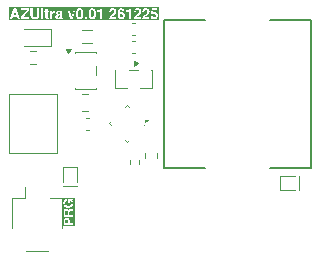
<source format=gbr>
%TF.GenerationSoftware,KiCad,Pcbnew,9.0.6*%
%TF.CreationDate,2025-12-27T16:00:58+00:00*%
%TF.ProjectId,AZUltra,415a556c-7472-4612-9e6b-696361645f70,rev?*%
%TF.SameCoordinates,Original*%
%TF.FileFunction,Legend,Top*%
%TF.FilePolarity,Positive*%
%FSLAX46Y46*%
G04 Gerber Fmt 4.6, Leading zero omitted, Abs format (unit mm)*
G04 Created by KiCad (PCBNEW 9.0.6) date 2025-12-27 16:00:58*
%MOMM*%
%LPD*%
G01*
G04 APERTURE LIST*
%ADD10C,0.200000*%
%ADD11C,0.120000*%
%ADD12C,0.100000*%
G04 APERTURE END LIST*
D10*
G36*
X148054663Y-91631435D02*
G01*
X148077895Y-91636190D01*
X148095630Y-91643054D01*
X148110855Y-91652467D01*
X148122873Y-91663635D01*
X148132741Y-91677105D01*
X148146286Y-91711737D01*
X148151302Y-91760923D01*
X148151302Y-91917727D01*
X147906033Y-91917727D01*
X147906033Y-91760923D01*
X147907603Y-91731854D01*
X147912339Y-91706559D01*
X147919132Y-91687433D01*
X147928418Y-91671122D01*
X147939242Y-91658513D01*
X147952242Y-91648240D01*
X147984844Y-91634578D01*
X148028106Y-91629862D01*
X148054663Y-91631435D01*
G37*
G36*
X148035959Y-90868070D02*
G01*
X148058567Y-90872763D01*
X148075792Y-90879548D01*
X148090016Y-90888801D01*
X148098008Y-90896743D01*
X148107558Y-90911022D01*
X148114038Y-90928034D01*
X148119150Y-90972138D01*
X148119306Y-90985208D01*
X148119306Y-91187929D01*
X147906033Y-91187929D01*
X147906033Y-90985208D01*
X147907907Y-90944909D01*
X147914769Y-90917445D01*
X147927380Y-90896743D01*
X147950770Y-90878427D01*
X147984664Y-90868253D01*
X148010422Y-90866506D01*
X148035959Y-90868070D01*
G37*
G36*
X148707010Y-92185717D02*
G01*
X147653528Y-92185717D01*
X147653528Y-91725068D01*
X147766033Y-91725068D01*
X147766033Y-91760923D01*
X147766033Y-92085717D01*
X148582000Y-92085717D01*
X148582000Y-91917727D01*
X148291253Y-91917727D01*
X148291253Y-91708264D01*
X148289706Y-91677563D01*
X148285129Y-91648529D01*
X148277773Y-91621700D01*
X148267674Y-91596648D01*
X148255070Y-91573685D01*
X148239960Y-91552625D01*
X148202584Y-91516547D01*
X148155727Y-91488809D01*
X148099359Y-91470249D01*
X148033505Y-91462117D01*
X148019166Y-91461872D01*
X147983693Y-91463429D01*
X147950744Y-91468072D01*
X147921885Y-91475285D01*
X147895362Y-91485201D01*
X147872158Y-91497214D01*
X147851162Y-91511651D01*
X147832783Y-91528096D01*
X147816574Y-91546805D01*
X147790703Y-91591079D01*
X147773583Y-91645717D01*
X147766201Y-91712445D01*
X147766033Y-91725068D01*
X147653528Y-91725068D01*
X147653528Y-90918041D01*
X147766033Y-90918041D01*
X147766033Y-90985208D01*
X147766033Y-91355920D01*
X148582000Y-91355920D01*
X148582000Y-91187929D01*
X148259306Y-91187929D01*
X148259306Y-90995320D01*
X148260890Y-90968270D01*
X148265728Y-90945536D01*
X148272357Y-90929746D01*
X148281420Y-90916781D01*
X148304697Y-90900028D01*
X148338300Y-90891883D01*
X148355342Y-90891126D01*
X148388803Y-90891126D01*
X148442390Y-90892249D01*
X148505177Y-90890246D01*
X148547093Y-90882479D01*
X148582000Y-90867629D01*
X148582000Y-90687280D01*
X148551811Y-90687280D01*
X148541136Y-90702770D01*
X148528480Y-90713599D01*
X148502308Y-90722133D01*
X148484840Y-90723135D01*
X148378730Y-90726015D01*
X148306031Y-90732064D01*
X148279601Y-90737269D01*
X148258391Y-90744455D01*
X148241358Y-90754018D01*
X148227459Y-90766356D01*
X148206545Y-90797693D01*
X148188769Y-90836269D01*
X148176124Y-90808192D01*
X148161346Y-90783311D01*
X148145594Y-90762962D01*
X148127937Y-90745400D01*
X148109103Y-90731117D01*
X148088462Y-90719421D01*
X148041666Y-90703790D01*
X147986877Y-90698516D01*
X147957513Y-90700059D01*
X147929232Y-90704611D01*
X147902278Y-90712069D01*
X147876985Y-90722309D01*
X147854041Y-90734957D01*
X147833247Y-90750061D01*
X147822062Y-90760114D01*
X147806681Y-90777202D01*
X147793830Y-90796213D01*
X147775595Y-90840087D01*
X147766741Y-90894885D01*
X147766033Y-90918041D01*
X147653528Y-90918041D01*
X147653528Y-90207490D01*
X147753528Y-90207490D01*
X147755076Y-90245457D01*
X147759658Y-90281989D01*
X147767142Y-90316844D01*
X147777451Y-90350112D01*
X147790465Y-90381645D01*
X147806113Y-90411433D01*
X147844999Y-90465497D01*
X147893596Y-90511754D01*
X147951467Y-90549515D01*
X148018171Y-90577938D01*
X148093191Y-90596058D01*
X148133706Y-90600940D01*
X148175884Y-90602846D01*
X148181295Y-90602870D01*
X148222555Y-90601326D01*
X148262410Y-90596767D01*
X148300889Y-90589271D01*
X148337698Y-90578963D01*
X148372739Y-90565945D01*
X148405853Y-90550338D01*
X148436820Y-90532317D01*
X148465619Y-90511949D01*
X148491946Y-90489515D01*
X148515889Y-90464989D01*
X148537119Y-90438761D01*
X148555772Y-90410699D01*
X148571557Y-90381269D01*
X148584592Y-90350257D01*
X148594661Y-90318145D01*
X148601819Y-90284688D01*
X148607010Y-90220923D01*
X148605426Y-90184340D01*
X148600592Y-90150392D01*
X148593268Y-90121610D01*
X148583059Y-90094649D01*
X148570457Y-90070322D01*
X148555029Y-90047363D01*
X148514835Y-90004488D01*
X148475998Y-89974531D01*
X148583514Y-89954357D01*
X148583514Y-89853582D01*
X148144316Y-89853582D01*
X148144316Y-90180623D01*
X148284316Y-90180623D01*
X148284316Y-89994705D01*
X148315094Y-89999360D01*
X148341049Y-90007116D01*
X148377960Y-90028330D01*
X148386166Y-90035005D01*
X148420403Y-90071201D01*
X148446062Y-90116073D01*
X148454923Y-90140915D01*
X148460785Y-90166680D01*
X148463688Y-90201872D01*
X148462145Y-90228642D01*
X148457595Y-90254236D01*
X148439876Y-90301650D01*
X148411075Y-90343609D01*
X148371487Y-90379269D01*
X148321436Y-90407374D01*
X148261568Y-90426363D01*
X148228196Y-90431936D01*
X148193006Y-90434605D01*
X148179048Y-90434831D01*
X148139080Y-90433281D01*
X148101767Y-90428681D01*
X148068543Y-90421468D01*
X148037957Y-90411584D01*
X148011226Y-90399677D01*
X147987084Y-90385442D01*
X147966369Y-90369597D01*
X147948205Y-90351705D01*
X147933014Y-90332330D01*
X147920388Y-90311107D01*
X147903177Y-90263620D01*
X147896907Y-90208664D01*
X147896898Y-90206366D01*
X147898455Y-90176456D01*
X147903102Y-90148320D01*
X147910433Y-90123087D01*
X147920543Y-90099686D01*
X147946187Y-90061872D01*
X147963635Y-90044253D01*
X147983941Y-90030201D01*
X148027910Y-90011509D01*
X148027910Y-89853582D01*
X147995744Y-89858980D01*
X147965265Y-89867242D01*
X147936770Y-89878172D01*
X147910067Y-89891738D01*
X147862363Y-89926367D01*
X147822373Y-89970763D01*
X147790617Y-90024795D01*
X147767956Y-90088387D01*
X147755532Y-90161336D01*
X147753528Y-90207490D01*
X147653528Y-90207490D01*
X147653528Y-89753582D01*
X148707010Y-89753582D01*
X148707010Y-92185717D01*
G37*
G36*
X147496738Y-74349276D02*
G01*
X147494994Y-74380740D01*
X147489818Y-74409023D01*
X147481992Y-74432397D01*
X147471335Y-74452841D01*
X147458742Y-74469373D01*
X147443746Y-74483148D01*
X147407653Y-74501865D01*
X147361904Y-74509242D01*
X147356879Y-74509304D01*
X147333952Y-74507577D01*
X147313766Y-74502527D01*
X147297399Y-74494872D01*
X147283845Y-74484584D01*
X147273688Y-74472445D01*
X147266416Y-74458192D01*
X147261093Y-74427366D01*
X147262905Y-74405997D01*
X147268559Y-74387818D01*
X147276516Y-74374772D01*
X147287606Y-74363556D01*
X147320817Y-74345514D01*
X147361935Y-74334163D01*
X147422385Y-74322788D01*
X147469474Y-74312573D01*
X147496738Y-74301410D01*
X147496738Y-74349276D01*
G37*
G36*
X149163321Y-73856704D02*
G01*
X149182096Y-73861886D01*
X149214373Y-73881674D01*
X149240213Y-73914301D01*
X149246494Y-73926565D01*
X149259127Y-73969615D01*
X149270265Y-74061001D01*
X149274191Y-74184027D01*
X149267672Y-74329512D01*
X149260670Y-74382386D01*
X149251585Y-74418756D01*
X149251550Y-74418848D01*
X149241066Y-74441378D01*
X149228210Y-74460441D01*
X149214112Y-74475058D01*
X149198118Y-74486450D01*
X149180956Y-74494310D01*
X149162191Y-74499003D01*
X149143179Y-74500456D01*
X149122085Y-74498707D01*
X149102726Y-74493498D01*
X149085828Y-74485295D01*
X149070636Y-74474006D01*
X149045317Y-74441920D01*
X149039865Y-74431378D01*
X149026942Y-74387729D01*
X149015804Y-74297067D01*
X149012113Y-74181499D01*
X149018622Y-74030619D01*
X149025568Y-73976669D01*
X149034563Y-73939803D01*
X149034809Y-73939149D01*
X149044468Y-73916811D01*
X149056592Y-73897712D01*
X149070303Y-73882617D01*
X149085956Y-73870688D01*
X149102883Y-73862231D01*
X149121367Y-73856961D01*
X149143179Y-73854959D01*
X149163321Y-73856704D01*
G37*
G36*
X150213174Y-73856704D02*
G01*
X150231949Y-73861886D01*
X150264227Y-73881674D01*
X150290066Y-73914301D01*
X150296348Y-73926565D01*
X150308981Y-73969615D01*
X150320119Y-74061001D01*
X150324045Y-74184027D01*
X150317525Y-74329512D01*
X150310524Y-74382386D01*
X150301439Y-74418756D01*
X150301403Y-74418848D01*
X150290919Y-74441378D01*
X150278063Y-74460441D01*
X150263965Y-74475058D01*
X150247971Y-74486450D01*
X150230810Y-74494310D01*
X150212044Y-74499003D01*
X150193033Y-74500456D01*
X150171938Y-74498707D01*
X150152579Y-74493498D01*
X150135681Y-74485295D01*
X150120489Y-74474006D01*
X150095170Y-74441920D01*
X150089718Y-74431378D01*
X150076796Y-74387729D01*
X150065657Y-74297067D01*
X150061966Y-74181499D01*
X150068475Y-74030619D01*
X150075422Y-73976669D01*
X150084417Y-73939803D01*
X150084662Y-73939149D01*
X150094321Y-73916811D01*
X150106445Y-73897712D01*
X150120157Y-73882617D01*
X150135810Y-73870688D01*
X150152737Y-73862231D01*
X150171221Y-73856961D01*
X150193033Y-73854959D01*
X150213174Y-73856704D01*
G37*
G36*
X152672230Y-74177739D02*
G01*
X152693680Y-74182847D01*
X152712777Y-74190970D01*
X152729898Y-74202048D01*
X152757769Y-74232567D01*
X152776684Y-74274479D01*
X152784915Y-74328189D01*
X152785078Y-74337625D01*
X152783358Y-74365166D01*
X152778352Y-74390917D01*
X152770241Y-74414726D01*
X152759276Y-74436186D01*
X152745865Y-74454823D01*
X152730120Y-74470639D01*
X152712773Y-74483074D01*
X152693640Y-74492346D01*
X152673580Y-74498090D01*
X152652228Y-74500416D01*
X152648956Y-74500456D01*
X152626715Y-74498727D01*
X152605989Y-74493661D01*
X152569736Y-74474263D01*
X152541038Y-74443176D01*
X152521412Y-74400939D01*
X152513029Y-74348420D01*
X152512888Y-74340153D01*
X152514614Y-74311345D01*
X152519659Y-74284619D01*
X152527703Y-74260525D01*
X152538601Y-74238951D01*
X152551772Y-74220598D01*
X152567292Y-74205091D01*
X152584400Y-74192993D01*
X152603389Y-74183981D01*
X152623610Y-74178350D01*
X152645325Y-74176050D01*
X152648956Y-74176004D01*
X152672230Y-74177739D01*
G37*
G36*
X143781310Y-74279648D02*
G01*
X143541928Y-74279648D01*
X143661619Y-73921674D01*
X143781310Y-74279648D01*
G37*
G36*
X155849716Y-74751636D02*
G01*
X143134511Y-74751636D01*
X143134511Y-74623500D01*
X143234511Y-74623500D01*
X143427292Y-74623500D01*
X143489006Y-74437093D01*
X143832968Y-74437093D01*
X143893473Y-74623500D01*
X144087517Y-74623500D01*
X143824469Y-73863037D01*
X144163630Y-73863037D01*
X144633602Y-73863037D01*
X144163630Y-74466054D01*
X144163630Y-74623500D01*
X144854135Y-74623500D01*
X144854135Y-74466054D01*
X144385427Y-74466054D01*
X144493580Y-74326909D01*
X144970748Y-74326909D01*
X144972527Y-74370030D01*
X144977940Y-74409560D01*
X144986042Y-74442340D01*
X144997286Y-74472555D01*
X145010910Y-74498961D01*
X145027503Y-74523365D01*
X145060215Y-74558433D01*
X145113207Y-74597055D01*
X145177475Y-74626491D01*
X145252462Y-74645241D01*
X145334878Y-74651636D01*
X145378600Y-74649890D01*
X145420595Y-74644699D01*
X145459912Y-74636324D01*
X145497116Y-74624768D01*
X145500142Y-74623500D01*
X145868597Y-74623500D01*
X146045002Y-74623500D01*
X146045002Y-73955251D01*
X146151724Y-73955251D01*
X146151724Y-74072469D01*
X146238717Y-74072469D01*
X146238717Y-74491608D01*
X146240478Y-74522624D01*
X146245773Y-74550279D01*
X146253613Y-74572388D01*
X146264364Y-74591766D01*
X146277192Y-74607553D01*
X146292634Y-74620919D01*
X146331533Y-74640454D01*
X146384354Y-74650598D01*
X146411329Y-74651636D01*
X146454822Y-74649714D01*
X146493304Y-74643291D01*
X146513380Y-74637788D01*
X146513380Y-74514305D01*
X146473043Y-74518096D01*
X146448586Y-74516054D01*
X146431801Y-74508794D01*
X146419896Y-74490346D01*
X146415176Y-74453299D01*
X146415066Y-74443633D01*
X146415066Y-74072469D01*
X146513380Y-74072469D01*
X146513380Y-73955251D01*
X146415066Y-73955251D01*
X146415066Y-73944700D01*
X146632906Y-73944700D01*
X146632906Y-74623500D01*
X146809311Y-74623500D01*
X146809311Y-74447480D01*
X147084689Y-74447480D01*
X147086423Y-74477614D01*
X147091533Y-74505864D01*
X147099725Y-74531694D01*
X147110915Y-74555406D01*
X147124785Y-74576615D01*
X147141319Y-74595478D01*
X147160297Y-74611791D01*
X147181658Y-74625503D01*
X147231270Y-74644646D01*
X147289673Y-74651631D01*
X147291373Y-74651636D01*
X147321888Y-74649871D01*
X147351600Y-74644551D01*
X147407576Y-74623702D01*
X147461572Y-74588267D01*
X147498002Y-74554641D01*
X147500295Y-74588227D01*
X147509312Y-74611330D01*
X147518171Y-74623500D01*
X147709688Y-74623500D01*
X147709688Y-74601243D01*
X147688947Y-74578697D01*
X147676235Y-74557311D01*
X147669424Y-74522982D01*
X147669351Y-74518096D01*
X147669351Y-74139844D01*
X147667595Y-74108356D01*
X147662337Y-74079408D01*
X147654245Y-74054596D01*
X147643103Y-74032027D01*
X147629436Y-74012336D01*
X147612938Y-73994754D01*
X147571153Y-73965765D01*
X147515390Y-73944700D01*
X148116902Y-73944700D01*
X148355075Y-74623500D01*
X148540272Y-74623500D01*
X148692454Y-74182763D01*
X148835708Y-74182763D01*
X148837479Y-74259548D01*
X148842843Y-74328164D01*
X148850604Y-74381967D01*
X148861263Y-74429650D01*
X148873254Y-74467091D01*
X148887627Y-74499820D01*
X148898741Y-74519360D01*
X148917211Y-74545939D01*
X148937971Y-74569681D01*
X148960713Y-74590380D01*
X148985461Y-74608172D01*
X149040532Y-74634824D01*
X149102771Y-74649223D01*
X149143179Y-74651636D01*
X149178041Y-74649885D01*
X149211247Y-74644656D01*
X149241870Y-74636280D01*
X149270797Y-74624695D01*
X149273001Y-74623500D01*
X149579739Y-74623500D01*
X149768728Y-74623500D01*
X149768728Y-74439566D01*
X149579739Y-74439566D01*
X149579739Y-74623500D01*
X149273001Y-74623500D01*
X149297583Y-74610173D01*
X149322594Y-74592604D01*
X149367139Y-74548354D01*
X149374978Y-74538265D01*
X149404998Y-74485072D01*
X149428558Y-74413415D01*
X149444473Y-74317765D01*
X149450596Y-74187764D01*
X149450484Y-74182763D01*
X149885562Y-74182763D01*
X149887333Y-74259548D01*
X149892696Y-74328164D01*
X149900457Y-74381967D01*
X149911117Y-74429650D01*
X149923108Y-74467091D01*
X149937481Y-74499820D01*
X149948595Y-74519360D01*
X149967064Y-74545939D01*
X149987825Y-74569681D01*
X150010566Y-74590380D01*
X150035315Y-74608172D01*
X150090385Y-74634824D01*
X150152624Y-74649223D01*
X150193033Y-74651636D01*
X150227895Y-74649885D01*
X150261100Y-74644656D01*
X150291724Y-74636280D01*
X150320650Y-74624695D01*
X150347436Y-74610173D01*
X150372448Y-74592604D01*
X150416992Y-74548354D01*
X150424832Y-74538265D01*
X150454851Y-74485072D01*
X150478412Y-74413415D01*
X150494326Y-74317765D01*
X150500449Y-74187764D01*
X150498678Y-74108804D01*
X150493317Y-74038707D01*
X150485597Y-73984233D01*
X150475006Y-73936098D01*
X150463065Y-73898243D01*
X150459608Y-73890240D01*
X150634648Y-73890240D01*
X150634648Y-74007403D01*
X150848807Y-74007403D01*
X150848807Y-74623500D01*
X151025211Y-74623500D01*
X151636581Y-74623500D01*
X152243940Y-74623500D01*
X152243940Y-74466054D01*
X151864643Y-74466054D01*
X151881408Y-74437581D01*
X151904950Y-74409765D01*
X151969084Y-74355266D01*
X152047367Y-74297564D01*
X152108832Y-74250334D01*
X152157297Y-74207195D01*
X152164119Y-74199854D01*
X152339012Y-74199854D01*
X152340812Y-74275392D01*
X152346277Y-74340153D01*
X152346377Y-74341333D01*
X152354115Y-74389972D01*
X152364813Y-74433307D01*
X152377145Y-74468441D01*
X152392121Y-74500256D01*
X152403309Y-74519360D01*
X152441052Y-74567073D01*
X152489093Y-74605544D01*
X152546081Y-74633282D01*
X152577421Y-74642653D01*
X152610190Y-74648764D01*
X152654012Y-74651636D01*
X152688721Y-74649898D01*
X152721808Y-74644768D01*
X152752995Y-74636423D01*
X152782353Y-74624968D01*
X152809745Y-74610541D01*
X152835088Y-74593253D01*
X152879356Y-74550380D01*
X152914272Y-74496928D01*
X152938688Y-74433457D01*
X152951242Y-74360672D01*
X152952635Y-74325096D01*
X152950901Y-74287928D01*
X152945792Y-74252653D01*
X152937522Y-74219658D01*
X152926208Y-74188852D01*
X152912164Y-74160703D01*
X152895417Y-74135006D01*
X152876384Y-74112217D01*
X152854983Y-74092114D01*
X152831668Y-74075055D01*
X152806299Y-74060901D01*
X152779264Y-74049885D01*
X152750457Y-74042001D01*
X152693084Y-74036144D01*
X152658651Y-74037971D01*
X152627327Y-74043725D01*
X152602301Y-74052107D01*
X152578440Y-74063942D01*
X152532253Y-74098905D01*
X152515416Y-74115554D01*
X152516680Y-74096649D01*
X152521438Y-74013951D01*
X152531613Y-73964523D01*
X152535584Y-73953108D01*
X152546963Y-73927166D01*
X152560634Y-73905194D01*
X152575138Y-73888586D01*
X152591562Y-73875298D01*
X152628414Y-73859115D01*
X152664123Y-73854959D01*
X152689502Y-73856765D01*
X152711252Y-73862372D01*
X152727126Y-73870270D01*
X152741031Y-73881248D01*
X152764080Y-73913164D01*
X152773703Y-73934258D01*
X152937523Y-73934258D01*
X152928926Y-73890240D01*
X153084306Y-73890240D01*
X153084306Y-74007403D01*
X153298465Y-74007403D01*
X153298465Y-74623500D01*
X153474869Y-74623500D01*
X153736288Y-74623500D01*
X154343647Y-74623500D01*
X154436191Y-74623500D01*
X155043549Y-74623500D01*
X155043549Y-74466054D01*
X154664252Y-74466054D01*
X154681017Y-74437581D01*
X154704559Y-74409765D01*
X154728209Y-74389668D01*
X155132356Y-74389668D01*
X155134607Y-74422083D01*
X155140222Y-74452863D01*
X155149013Y-74481730D01*
X155160876Y-74508747D01*
X155193306Y-74556765D01*
X155236803Y-74596206D01*
X155290829Y-74626072D01*
X155354811Y-74645053D01*
X155427188Y-74651636D01*
X155464786Y-74649898D01*
X155500634Y-74644768D01*
X155534376Y-74636439D01*
X155566143Y-74625008D01*
X155595636Y-74610695D01*
X155622932Y-74593559D01*
X155647816Y-74573804D01*
X155670280Y-74551486D01*
X155690188Y-74526746D01*
X155707440Y-74499683D01*
X155721949Y-74470342D01*
X155733549Y-74438905D01*
X155742155Y-74405313D01*
X155747576Y-74369844D01*
X155749716Y-74327953D01*
X155747981Y-74289241D01*
X155742866Y-74252509D01*
X155734598Y-74218205D01*
X155723279Y-74186133D01*
X155709231Y-74156773D01*
X155692465Y-74129868D01*
X155673375Y-74105852D01*
X155651887Y-74084493D01*
X155628401Y-74066113D01*
X155602810Y-74050590D01*
X155575427Y-74038124D01*
X155546204Y-74028727D01*
X155515293Y-74022529D01*
X155482780Y-74019643D01*
X155471261Y-74019438D01*
X155437871Y-74021264D01*
X155406951Y-74027010D01*
X155355395Y-74047860D01*
X155316289Y-74073568D01*
X155345250Y-73887657D01*
X155714436Y-73887657D01*
X155714436Y-73730157D01*
X155236935Y-73730157D01*
X155157525Y-74227277D01*
X155316289Y-74227277D01*
X155325891Y-74209309D01*
X155338080Y-74193973D01*
X155369058Y-74171763D01*
X155409261Y-74160450D01*
X155429661Y-74159243D01*
X155454317Y-74160984D01*
X155476942Y-74166136D01*
X155496716Y-74174222D01*
X155514428Y-74185278D01*
X155543060Y-74215549D01*
X155562913Y-74257395D01*
X155572690Y-74312098D01*
X155573312Y-74331745D01*
X155571575Y-74363024D01*
X155566448Y-74391523D01*
X155558532Y-74415931D01*
X155547769Y-74437534D01*
X155534948Y-74455401D01*
X155519731Y-74470468D01*
X155502720Y-74482323D01*
X155483620Y-74491302D01*
X155439374Y-74500198D01*
X155429661Y-74500456D01*
X155402951Y-74498709D01*
X155379360Y-74493514D01*
X155360497Y-74485769D01*
X155344354Y-74475230D01*
X155331536Y-74462629D01*
X155321270Y-74447582D01*
X155308449Y-74409790D01*
X155306233Y-74389668D01*
X155132356Y-74389668D01*
X154728209Y-74389668D01*
X154768693Y-74355266D01*
X154846977Y-74297564D01*
X154908441Y-74250334D01*
X154956906Y-74207195D01*
X154984536Y-74177462D01*
X155006478Y-74148119D01*
X155021425Y-74122087D01*
X155032655Y-74095291D01*
X155045122Y-74038367D01*
X155047286Y-73995808D01*
X155045546Y-73960546D01*
X155040397Y-73927191D01*
X155032123Y-73896372D01*
X155020767Y-73867589D01*
X155006614Y-73841235D01*
X154989651Y-73817057D01*
X154947807Y-73775697D01*
X154895531Y-73743907D01*
X154832849Y-73722551D01*
X154759800Y-73712949D01*
X154741134Y-73712571D01*
X154701743Y-73714318D01*
X154664893Y-73719510D01*
X154631949Y-73727677D01*
X154601485Y-73738896D01*
X154574425Y-73752598D01*
X154549808Y-73769040D01*
X154528076Y-73787789D01*
X154508812Y-73809069D01*
X154477907Y-73859004D01*
X154457272Y-73919580D01*
X154447941Y-73991895D01*
X154447566Y-74010865D01*
X154447566Y-74042299D01*
X154617651Y-74042299D01*
X154617651Y-74013393D01*
X154619392Y-73981568D01*
X154624544Y-73953009D01*
X154632332Y-73929434D01*
X154642910Y-73908936D01*
X154655306Y-73892590D01*
X154670015Y-73879150D01*
X154686411Y-73868985D01*
X154704847Y-73861722D01*
X154744926Y-73856223D01*
X154768314Y-73857960D01*
X154789618Y-73863086D01*
X154808050Y-73871107D01*
X154824331Y-73882037D01*
X154849789Y-73911791D01*
X154865821Y-73952622D01*
X154870882Y-73999545D01*
X154868749Y-74037846D01*
X154860853Y-74071537D01*
X154851469Y-74092428D01*
X154838008Y-74113267D01*
X154795013Y-74159038D01*
X154709912Y-74226974D01*
X154641611Y-74276186D01*
X154590063Y-74313585D01*
X154547414Y-74349961D01*
X154519870Y-74378427D01*
X154496918Y-74407675D01*
X154479773Y-74435395D01*
X154465850Y-74464721D01*
X154446611Y-74530010D01*
X154436624Y-74614873D01*
X154436191Y-74623500D01*
X154343647Y-74623500D01*
X154343647Y-74466054D01*
X153964350Y-74466054D01*
X153981115Y-74437581D01*
X154004657Y-74409765D01*
X154068790Y-74355266D01*
X154147074Y-74297564D01*
X154208539Y-74250334D01*
X154257003Y-74207195D01*
X154284633Y-74177462D01*
X154306575Y-74148119D01*
X154321522Y-74122087D01*
X154332753Y-74095291D01*
X154345220Y-74038367D01*
X154347384Y-73995808D01*
X154345644Y-73960546D01*
X154340495Y-73927191D01*
X154332221Y-73896372D01*
X154320865Y-73867589D01*
X154306712Y-73841235D01*
X154289748Y-73817057D01*
X154247905Y-73775697D01*
X154195629Y-73743907D01*
X154132946Y-73722551D01*
X154059898Y-73712949D01*
X154041232Y-73712571D01*
X154001840Y-73714318D01*
X153964991Y-73719510D01*
X153932047Y-73727677D01*
X153901583Y-73738896D01*
X153874523Y-73752598D01*
X153849906Y-73769040D01*
X153828174Y-73787789D01*
X153808910Y-73809069D01*
X153778005Y-73859004D01*
X153757370Y-73919580D01*
X153748038Y-73991895D01*
X153747664Y-74010865D01*
X153747664Y-74042299D01*
X153917749Y-74042299D01*
X153917749Y-74013393D01*
X153919489Y-73981568D01*
X153924641Y-73953009D01*
X153932430Y-73929434D01*
X153943008Y-73908936D01*
X153955404Y-73892590D01*
X153970113Y-73879150D01*
X153986508Y-73868985D01*
X154004944Y-73861722D01*
X154045024Y-73856223D01*
X154068412Y-73857960D01*
X154089715Y-73863086D01*
X154108147Y-73871107D01*
X154124428Y-73882037D01*
X154149886Y-73911791D01*
X154165919Y-73952622D01*
X154170980Y-73999545D01*
X154168847Y-74037846D01*
X154160951Y-74071537D01*
X154151566Y-74092428D01*
X154138106Y-74113267D01*
X154095110Y-74159038D01*
X154010010Y-74226974D01*
X153941709Y-74276186D01*
X153890161Y-74313585D01*
X153847511Y-74349961D01*
X153819968Y-74378427D01*
X153797016Y-74407675D01*
X153779871Y-74435395D01*
X153765948Y-74464721D01*
X153746709Y-74530010D01*
X153736721Y-74614873D01*
X153736288Y-74623500D01*
X153474869Y-74623500D01*
X153474869Y-73730212D01*
X153357706Y-73730212D01*
X153348855Y-73757038D01*
X153337012Y-73781438D01*
X153322804Y-73802610D01*
X153305846Y-73821517D01*
X153263874Y-73852409D01*
X153209234Y-73874734D01*
X153138964Y-73887713D01*
X153084306Y-73890240D01*
X152928926Y-73890240D01*
X152928874Y-73889974D01*
X152917601Y-73855660D01*
X152894658Y-73814677D01*
X152857046Y-73774568D01*
X152808354Y-73743090D01*
X152749454Y-73721886D01*
X152681861Y-73712791D01*
X152669124Y-73712571D01*
X152633562Y-73714318D01*
X152599567Y-73719513D01*
X152567854Y-73727895D01*
X152537894Y-73739464D01*
X152510185Y-73753930D01*
X152484416Y-73771368D01*
X152460838Y-73791585D01*
X152439404Y-73814615D01*
X152413365Y-73851222D01*
X152393984Y-73886456D01*
X152377773Y-73923720D01*
X152354990Y-74003670D01*
X152342111Y-74102933D01*
X152339012Y-74199854D01*
X152164119Y-74199854D01*
X152184926Y-74177462D01*
X152206868Y-74148119D01*
X152221815Y-74122087D01*
X152233046Y-74095291D01*
X152245513Y-74038367D01*
X152247677Y-73995808D01*
X152245937Y-73960546D01*
X152240788Y-73927191D01*
X152232514Y-73896372D01*
X152221158Y-73867589D01*
X152207005Y-73841235D01*
X152190041Y-73817057D01*
X152148198Y-73775697D01*
X152095922Y-73743907D01*
X152033239Y-73722551D01*
X151960191Y-73712949D01*
X151941525Y-73712571D01*
X151902134Y-73714318D01*
X151865284Y-73719510D01*
X151832340Y-73727677D01*
X151801876Y-73738896D01*
X151774816Y-73752598D01*
X151750199Y-73769040D01*
X151728467Y-73787789D01*
X151709203Y-73809069D01*
X151678298Y-73859004D01*
X151657663Y-73919580D01*
X151648332Y-73991895D01*
X151647957Y-74010865D01*
X151647957Y-74042299D01*
X151818042Y-74042299D01*
X151818042Y-74013393D01*
X151819783Y-73981568D01*
X151824934Y-73953009D01*
X151832723Y-73929434D01*
X151843301Y-73908936D01*
X151855697Y-73892590D01*
X151870406Y-73879150D01*
X151886801Y-73868985D01*
X151905238Y-73861722D01*
X151945317Y-73856223D01*
X151968705Y-73857960D01*
X151990008Y-73863086D01*
X152008441Y-73871107D01*
X152024721Y-73882037D01*
X152050179Y-73911791D01*
X152066212Y-73952622D01*
X152071273Y-73999545D01*
X152069140Y-74037846D01*
X152061244Y-74071537D01*
X152051859Y-74092428D01*
X152038399Y-74113267D01*
X151995403Y-74159038D01*
X151910303Y-74226974D01*
X151842002Y-74276186D01*
X151790454Y-74313585D01*
X151747805Y-74349961D01*
X151720261Y-74378427D01*
X151697309Y-74407675D01*
X151680164Y-74435395D01*
X151666241Y-74464721D01*
X151647002Y-74530010D01*
X151637014Y-74614873D01*
X151636581Y-74623500D01*
X151025211Y-74623500D01*
X151025211Y-73730212D01*
X150908048Y-73730212D01*
X150899197Y-73757038D01*
X150887354Y-73781438D01*
X150873146Y-73802610D01*
X150856188Y-73821517D01*
X150814216Y-73852409D01*
X150759576Y-73874734D01*
X150689306Y-73887713D01*
X150634648Y-73890240D01*
X150459608Y-73890240D01*
X150448754Y-73865109D01*
X150437471Y-73844902D01*
X150418996Y-73818315D01*
X150398228Y-73794562D01*
X150375481Y-73773853D01*
X150350724Y-73756052D01*
X150295646Y-73729387D01*
X150233415Y-73714984D01*
X150193033Y-73712571D01*
X150159022Y-73714319D01*
X150126369Y-73719517D01*
X150095674Y-73727946D01*
X150066576Y-73739594D01*
X150039496Y-73754223D01*
X150014249Y-73771879D01*
X149991057Y-73792411D01*
X149969948Y-73815823D01*
X149961179Y-73827262D01*
X149931054Y-73879491D01*
X149907809Y-73949263D01*
X149892058Y-74043313D01*
X149885597Y-74171331D01*
X149885566Y-74181499D01*
X149885562Y-74182763D01*
X149450484Y-74182763D01*
X149448825Y-74108804D01*
X149443464Y-74038707D01*
X149435743Y-73984233D01*
X149425152Y-73936098D01*
X149413211Y-73898243D01*
X149398901Y-73865109D01*
X149387618Y-73844902D01*
X149369143Y-73818315D01*
X149348375Y-73794562D01*
X149325627Y-73773853D01*
X149300871Y-73756052D01*
X149245793Y-73729387D01*
X149183561Y-73714984D01*
X149143179Y-73712571D01*
X149109169Y-73714319D01*
X149076516Y-73719517D01*
X149045821Y-73727946D01*
X149016722Y-73739594D01*
X148989643Y-73754223D01*
X148964395Y-73771879D01*
X148941204Y-73792411D01*
X148920095Y-73815823D01*
X148911326Y-73827262D01*
X148881201Y-73879491D01*
X148857956Y-73949263D01*
X148842204Y-74043313D01*
X148835744Y-74171331D01*
X148835712Y-74181499D01*
X148835708Y-74182763D01*
X148692454Y-74182763D01*
X148774654Y-73944700D01*
X148588138Y-73944700D01*
X148450806Y-74441215D01*
X148303418Y-73944700D01*
X148116902Y-73944700D01*
X147515390Y-73944700D01*
X147515382Y-73944697D01*
X147442104Y-73932638D01*
X147390896Y-73930631D01*
X147345074Y-73932391D01*
X147303210Y-73937672D01*
X147268190Y-73945642D01*
X147236493Y-73956599D01*
X147209873Y-73969536D01*
X147186133Y-73985085D01*
X147166046Y-74002471D01*
X147148594Y-74022270D01*
X147121683Y-74068839D01*
X147104759Y-74126853D01*
X147099856Y-74166332D01*
X147269941Y-74166332D01*
X147275398Y-74137673D01*
X147284359Y-74114986D01*
X147293734Y-74101698D01*
X147305779Y-74091212D01*
X147337519Y-74078166D01*
X147394688Y-74073019D01*
X147424853Y-74074777D01*
X147449747Y-74080053D01*
X147466648Y-74087239D01*
X147479798Y-74096927D01*
X147488371Y-74107697D01*
X147493952Y-74120463D01*
X147496738Y-74141108D01*
X147495026Y-74155934D01*
X147490069Y-74169326D01*
X147471176Y-74191008D01*
X147466513Y-74194084D01*
X147434681Y-74206833D01*
X147355615Y-74220572D01*
X147285053Y-74233157D01*
X147246336Y-74241464D01*
X147211832Y-74252664D01*
X147184096Y-74265391D01*
X147159807Y-74280569D01*
X147140200Y-74297003D01*
X147123576Y-74315631D01*
X147099703Y-74358316D01*
X147086863Y-74410695D01*
X147085878Y-74427366D01*
X147084689Y-74447480D01*
X146809311Y-74447480D01*
X146809311Y-74262777D01*
X146811069Y-74230936D01*
X146816345Y-74202736D01*
X146824110Y-74180433D01*
X146834731Y-74161063D01*
X146847284Y-74145555D01*
X146862347Y-74132607D01*
X146899892Y-74114391D01*
X146950455Y-74106095D01*
X146964283Y-74105772D01*
X147019732Y-74110828D01*
X147019732Y-73931895D01*
X146998300Y-73930631D01*
X146973244Y-73932374D01*
X146949073Y-73937536D01*
X146903655Y-73957896D01*
X146862648Y-73991745D01*
X146827279Y-74039533D01*
X146809311Y-74075547D01*
X146809311Y-73944700D01*
X146632906Y-73944700D01*
X146415066Y-73944700D01*
X146415066Y-73772582D01*
X146238717Y-73772582D01*
X146238717Y-73955251D01*
X146151724Y-73955251D01*
X146045002Y-73955251D01*
X146045002Y-73705537D01*
X145868597Y-73705537D01*
X145868597Y-74623500D01*
X145500142Y-74623500D01*
X145531046Y-74610552D01*
X145562566Y-74593458D01*
X145609541Y-74558433D01*
X145631591Y-74536262D01*
X145650374Y-74512210D01*
X145677676Y-74459918D01*
X145693854Y-74397906D01*
X145699007Y-74326909D01*
X145699007Y-73705537D01*
X145510018Y-73705537D01*
X145510018Y-74326909D01*
X145508254Y-74358877D01*
X145502942Y-74387288D01*
X145495127Y-74409783D01*
X145484406Y-74429462D01*
X145471668Y-74445403D01*
X145456327Y-74458898D01*
X145417707Y-74478648D01*
X145365069Y-74489138D01*
X145334878Y-74490399D01*
X145299496Y-74488635D01*
X145268190Y-74483318D01*
X145243724Y-74475568D01*
X145222434Y-74464951D01*
X145205549Y-74452558D01*
X145191340Y-74437670D01*
X145171138Y-74401078D01*
X145160821Y-74352278D01*
X145159737Y-74326909D01*
X145159737Y-73705537D01*
X144970748Y-73705537D01*
X144970748Y-74326909D01*
X144493580Y-74326909D01*
X144854135Y-73863037D01*
X144854135Y-73705537D01*
X144163630Y-73705537D01*
X144163630Y-73863037D01*
X143824469Y-73863037D01*
X143769989Y-73705537D01*
X143560832Y-73705537D01*
X143356745Y-74279648D01*
X143234511Y-74623500D01*
X143134511Y-74623500D01*
X143134511Y-73605537D01*
X155849716Y-73605537D01*
X155849716Y-74751636D01*
G37*
D11*
%TO.C,L1*%
X150157122Y-76700000D02*
X149357878Y-76700000D01*
X150157122Y-75580000D02*
X149357878Y-75580000D01*
%TO.C,R3*%
X153360000Y-86873641D02*
X153360000Y-86566359D01*
X154120000Y-86873641D02*
X154120000Y-86566359D01*
%TO.C,D1*%
X144412500Y-76935000D02*
X146697500Y-76935000D01*
X146697500Y-75465000D02*
X144412500Y-75465000D01*
X146697500Y-76935000D02*
X146697500Y-75465000D01*
%TO.C,Q1*%
X152115000Y-78927500D02*
X152165000Y-78927500D01*
X152115000Y-80447500D02*
X152115000Y-78927500D01*
X153115000Y-80447500D02*
X152115000Y-80447500D01*
X153285000Y-78927500D02*
X154065000Y-78927500D01*
X155185000Y-78927500D02*
X155235000Y-78927500D01*
X155235000Y-78927500D02*
X155235000Y-80447500D01*
X155235000Y-80447500D02*
X154235000Y-80447500D01*
X154055000Y-78387500D02*
X153725000Y-78627500D01*
X153725000Y-78147500D01*
X154055000Y-78387500D01*
G36*
X154055000Y-78387500D02*
G01*
X153725000Y-78627500D01*
X153725000Y-78147500D01*
X154055000Y-78387500D01*
G37*
%TO.C,SW1*%
D12*
X147190000Y-86000000D02*
X143190000Y-86000000D01*
X143190000Y-81000000D01*
X147190000Y-81000000D01*
X147190000Y-86000000D01*
D10*
%TO.C,BZ1*%
X156250000Y-74750000D02*
X159750000Y-74750000D01*
X156250000Y-87250000D02*
X156250000Y-74750000D01*
X156250000Y-87250000D02*
X159750000Y-87250000D01*
X168750000Y-74750000D02*
X165250000Y-74750000D01*
X168750000Y-74750000D02*
X168750000Y-87250000D01*
X168750000Y-87250000D02*
X165250000Y-87250000D01*
D11*
%TO.C,D2*%
X166075000Y-87950000D02*
X166075000Y-87975000D01*
X166075000Y-87975000D02*
X166075000Y-89150000D01*
X166075000Y-89150000D02*
X167375000Y-89150000D01*
X166175000Y-87950000D02*
X166075000Y-87950000D01*
X167375000Y-87950000D02*
X166175000Y-87950000D01*
X167675000Y-89150000D02*
X167675000Y-87950000D01*
%TO.C,U1*%
X148727500Y-77440000D02*
X150547500Y-77440000D01*
X148727500Y-77490000D02*
X148727500Y-77440000D01*
X148727500Y-80560000D02*
X148727500Y-80510000D01*
X150547500Y-77440000D02*
X150547500Y-77490000D01*
X150547500Y-78610000D02*
X150547500Y-79390000D01*
X150547500Y-80510000D02*
X150547500Y-80560000D01*
X150547500Y-80560000D02*
X148727500Y-80560000D01*
X148187500Y-77490000D02*
X147947500Y-77160000D01*
X148427500Y-77160000D01*
X148187500Y-77490000D01*
G36*
X148187500Y-77490000D02*
G01*
X147947500Y-77160000D01*
X148427500Y-77160000D01*
X148187500Y-77490000D01*
G37*
%TO.C,C5*%
X149965580Y-82990000D02*
X149684420Y-82990000D01*
X149965580Y-84010000D02*
X149684420Y-84010000D01*
%TO.C,C4*%
X149861252Y-80965000D02*
X149338748Y-80965000D01*
X149861252Y-82435000D02*
X149338748Y-82435000D01*
%TO.C,C3*%
X153534420Y-74990000D02*
X153815580Y-74990000D01*
X153534420Y-76010000D02*
X153815580Y-76010000D01*
%TO.C,U2*%
X151587761Y-83442462D02*
X151764538Y-83265685D01*
X151764538Y-83619239D02*
X151587761Y-83442462D01*
X152980761Y-82049462D02*
X153157538Y-81872685D01*
X153157538Y-81872685D02*
X153334315Y-82049462D01*
X153157538Y-85012239D02*
X152980761Y-84835462D01*
X153334315Y-84835462D02*
X153157538Y-85012239D01*
X154565683Y-83604094D02*
X154550538Y-83619239D01*
X154889950Y-83194975D02*
X154691960Y-83392965D01*
X154656604Y-83159619D01*
X154889950Y-83194975D01*
G36*
X154889950Y-83194975D02*
G01*
X154691960Y-83392965D01*
X154656604Y-83159619D01*
X154889950Y-83194975D01*
G37*
%TO.C,J1*%
X143430000Y-89815000D02*
X144480000Y-89815000D01*
X143430000Y-92315000D02*
X143430000Y-89815000D01*
X144480000Y-89815000D02*
X144480000Y-88825000D01*
X144600000Y-94285000D02*
X146480000Y-94285000D01*
X147650000Y-89815000D02*
X146600000Y-89815000D01*
X147650000Y-92315000D02*
X147650000Y-89815000D01*
%TO.C,C2*%
X153534420Y-76490000D02*
X153815580Y-76490000D01*
X153534420Y-77510000D02*
X153815580Y-77510000D01*
%TO.C,R2*%
X154667500Y-86432258D02*
X154667500Y-85957742D01*
X155712500Y-86432258D02*
X155712500Y-85957742D01*
%TO.C,D3*%
X147700000Y-87150000D02*
X147700000Y-88450000D01*
X147700000Y-88750000D02*
X148900000Y-88750000D01*
X148875000Y-87150000D02*
X147700000Y-87150000D01*
X148900000Y-87150000D02*
X148875000Y-87150000D01*
X148900000Y-87250000D02*
X148900000Y-87150000D01*
X148900000Y-88450000D02*
X148900000Y-87250000D01*
%TO.C,R1*%
X144962742Y-77377500D02*
X145437258Y-77377500D01*
X144962742Y-78422500D02*
X145437258Y-78422500D01*
%TD*%
M02*

</source>
